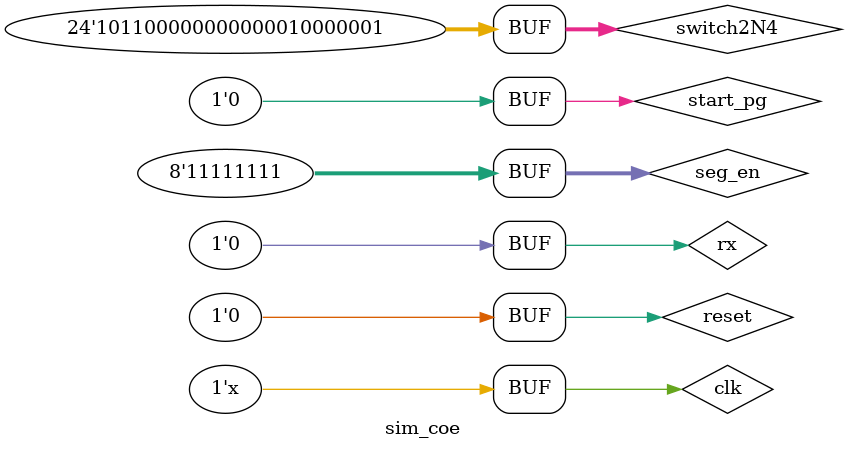
<source format=v>
module sim_coe();
     reg reset;
     reg clk;
     wire [23:0]switch2N4 = 24'hB00081;
     wire [23:0]led2N4;
     wire start_pg = 1'b0;
     wire rx = 1'b0;
     wire tx;
     wire [7:0] segment_led;
     wire [7:0] seg_en = 8'hFF;
     wire [3:0] red;
     wire [3:0] green;
     wire [3:0] blue; 
     wire hsync;
     wire vsync;
//     wire [31:0] addr;
//     wire [31:0] instr;
//     wire clk1;
//     wire clk2;
     
     top u_top(
        .fpga_rst(reset),
        .fpga_clk(clk),
        .switch2N4(switch2N4),
        .led2N4(led2N4),
        .start_pg(start_pg),
        .rx(rx),
         .tx(tx),
         .segment_led(segment_led),
         .seg_en(seg_en),
         .red(red),
         .green(green),
         .blue(blue),
         .hsync(hsync),
         .vsync(vsync)
//         .addr(addr),
//         .instr(instr)
//         .clk1(clk1),
//         .clk2(clk2)
     );
     
     always #1 clk=~clk;
     initial begin
            reset = 1'b0;
             clk = 1'b0;
             #255 reset = 1'b1;
             #50 reset = 1'b0;
             # 1000;
         end
         
//     always @(negedge clk1) begin
//         if (!reset) reset=1'b1;
//     end

endmodule

</source>
